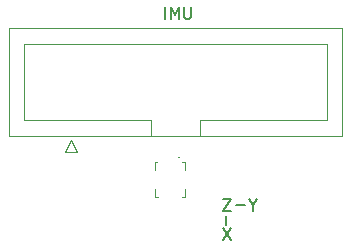
<source format=gbr>
%TF.GenerationSoftware,KiCad,Pcbnew,9.0.0*%
%TF.CreationDate,2025-03-07T07:21:17+07:00*%
%TF.ProjectId,IMU,494d552e-6b69-4636-9164-5f7063625858,rev?*%
%TF.SameCoordinates,Original*%
%TF.FileFunction,Legend,Top*%
%TF.FilePolarity,Positive*%
%FSLAX46Y46*%
G04 Gerber Fmt 4.6, Leading zero omitted, Abs format (unit mm)*
G04 Created by KiCad (PCBNEW 9.0.0) date 2025-03-07 07:21:17*
%MOMM*%
%LPD*%
G01*
G04 APERTURE LIST*
%ADD10C,0.150000*%
%ADD11C,0.120000*%
%ADD12C,0.100000*%
G04 APERTURE END LIST*
D10*
X149986779Y-94444819D02*
X149986779Y-93444819D01*
X150462969Y-94444819D02*
X150462969Y-93444819D01*
X150462969Y-93444819D02*
X150796302Y-94159104D01*
X150796302Y-94159104D02*
X151129635Y-93444819D01*
X151129635Y-93444819D02*
X151129635Y-94444819D01*
X151605826Y-93444819D02*
X151605826Y-94254342D01*
X151605826Y-94254342D02*
X151653445Y-94349580D01*
X151653445Y-94349580D02*
X151701064Y-94397200D01*
X151701064Y-94397200D02*
X151796302Y-94444819D01*
X151796302Y-94444819D02*
X151986778Y-94444819D01*
X151986778Y-94444819D02*
X152082016Y-94397200D01*
X152082016Y-94397200D02*
X152129635Y-94349580D01*
X152129635Y-94349580D02*
X152177254Y-94254342D01*
X152177254Y-94254342D02*
X152177254Y-93444819D01*
X155161133Y-111161779D02*
X155161133Y-111923684D01*
X155986779Y-110191981D02*
X156748684Y-110191981D01*
X157427255Y-110218628D02*
X157427255Y-110694819D01*
X157093922Y-109694819D02*
X157427255Y-110218628D01*
X157427255Y-110218628D02*
X157760588Y-109694819D01*
X154891541Y-112194819D02*
X155558207Y-113194819D01*
X155558207Y-112194819D02*
X154891541Y-113194819D01*
X154891541Y-109694819D02*
X155558207Y-109694819D01*
X155558207Y-109694819D02*
X154891541Y-110694819D01*
X154891541Y-110694819D02*
X155558207Y-110694819D01*
D11*
%TO.C,J2*%
X136780000Y-95235000D02*
X164980000Y-95235000D01*
X136780000Y-104355000D02*
X136780000Y-95235000D01*
X138080000Y-96545000D02*
X163680000Y-96545000D01*
X138080000Y-103045000D02*
X138080000Y-96545000D01*
X141490000Y-105745000D02*
X142490000Y-105745000D01*
X141990000Y-104745000D02*
X141490000Y-105745000D01*
X142490000Y-105745000D02*
X141990000Y-104745000D01*
X148830000Y-103045000D02*
X138080000Y-103045000D01*
X148830000Y-104355000D02*
X148830000Y-103045000D01*
X152930000Y-103045000D02*
X152930000Y-103045000D01*
X152930000Y-103045000D02*
X152930000Y-104355000D01*
X163680000Y-96545000D02*
X163680000Y-103045000D01*
X163680000Y-103045000D02*
X152930000Y-103045000D01*
X164980000Y-95235000D02*
X164980000Y-104355000D01*
X164980000Y-104355000D02*
X136780000Y-104355000D01*
D12*
%TO.C,IC1*%
X149150000Y-106550000D02*
X149150000Y-107250000D01*
X149150000Y-108850000D02*
X149150000Y-109550000D01*
X149150000Y-109550000D02*
X149400000Y-109550000D01*
X149300000Y-106550000D02*
X149150000Y-106550000D01*
X151100000Y-106150000D02*
X151100000Y-106150000D01*
X151200000Y-106150000D02*
X151200000Y-106150000D01*
X151400000Y-106550000D02*
X151650000Y-106550000D01*
X151650000Y-106550000D02*
X151650000Y-107250000D01*
X151650000Y-108850000D02*
X151650000Y-109550000D01*
X151650000Y-109550000D02*
X151400000Y-109550000D01*
X151100000Y-106150000D02*
G75*
G02*
X151200000Y-106150000I50000J0D01*
G01*
X151200000Y-106150000D02*
G75*
G02*
X151100000Y-106150000I-50000J0D01*
G01*
%TD*%
M02*

</source>
